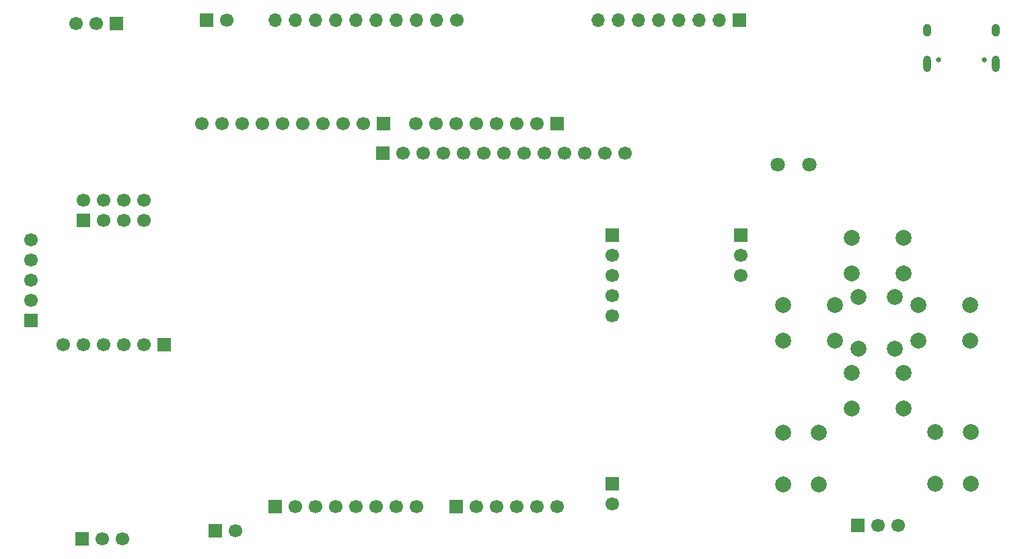
<source format=gbr>
%TF.GenerationSoftware,KiCad,Pcbnew,9.0.6*%
%TF.CreationDate,2025-12-26T21:20:51+11:00*%
%TF.ProjectId,Fipper Zero,46697070-6572-4205-9a65-726f2e6b6963,rev?*%
%TF.SameCoordinates,Original*%
%TF.FileFunction,Soldermask,Bot*%
%TF.FilePolarity,Negative*%
%FSLAX46Y46*%
G04 Gerber Fmt 4.6, Leading zero omitted, Abs format (unit mm)*
G04 Created by KiCad (PCBNEW 9.0.6) date 2025-12-26 21:20:51*
%MOMM*%
%LPD*%
G01*
G04 APERTURE LIST*
%ADD10R,1.700000X1.700000*%
%ADD11C,1.700000*%
%ADD12C,2.000000*%
%ADD13O,1.700000X1.700000*%
%ADD14C,0.650000*%
%ADD15O,1.000000X2.100000*%
%ADD16O,1.000000X1.600000*%
%ADD17C,1.800000*%
G04 APERTURE END LIST*
D10*
%TO.C,J7*%
X146350000Y-104700000D03*
D11*
X143810000Y-104700000D03*
X141270000Y-104700000D03*
X138730000Y-104700000D03*
X136190000Y-104700000D03*
X133650000Y-104700000D03*
%TD*%
D12*
%TO.C,SW4*%
X241250000Y-99750000D03*
X247750000Y-99750000D03*
X241250000Y-104250000D03*
X247750000Y-104250000D03*
%TD*%
%TO.C,SW5*%
X232850000Y-108250000D03*
X239350000Y-108250000D03*
X232850000Y-112750000D03*
X239350000Y-112750000D03*
%TD*%
D10*
%TO.C,J5*%
X136220000Y-89040000D03*
D11*
X136220000Y-86500000D03*
X138760000Y-89040000D03*
X138760000Y-86500000D03*
X141300000Y-89040000D03*
X141300000Y-86500000D03*
X143840000Y-89040000D03*
X143840000Y-86500000D03*
%TD*%
D12*
%TO.C,SW1*%
X243350000Y-122250000D03*
X243350000Y-115750000D03*
X247850000Y-122250000D03*
X247850000Y-115750000D03*
%TD*%
%TO.C,SW3*%
X224250000Y-99750000D03*
X230750000Y-99750000D03*
X224250000Y-104250000D03*
X230750000Y-104250000D03*
%TD*%
D10*
%TO.C,J8*%
X152760000Y-128200000D03*
D11*
X155300000Y-128200000D03*
%TD*%
D12*
%TO.C,SW7*%
X233750000Y-105250000D03*
X233750000Y-98750000D03*
X238250000Y-105250000D03*
X238250000Y-98750000D03*
%TD*%
D10*
%TO.C,J15*%
X218715000Y-63830000D03*
D13*
X216175000Y-63830000D03*
X213635000Y-63830000D03*
X211095000Y-63830000D03*
X208555000Y-63830000D03*
X206015000Y-63830000D03*
X203475000Y-63830000D03*
X200935000Y-63830000D03*
D11*
X183155000Y-63830000D03*
D13*
X180615000Y-63830000D03*
X178075000Y-63830000D03*
X175535000Y-63830000D03*
X172995000Y-63830000D03*
X170455000Y-63830000D03*
X167915000Y-63830000D03*
X165375000Y-63830000D03*
X162835000Y-63830000D03*
X160295000Y-63830000D03*
%TD*%
D10*
%TO.C,J6*%
X151660000Y-63800000D03*
D11*
X154200000Y-63800000D03*
%TD*%
D14*
%TO.C,USB1*%
X249540000Y-68780000D03*
X243760000Y-68780000D03*
D15*
X250970000Y-69310000D03*
D16*
X250970000Y-65130000D03*
D15*
X242330000Y-69310000D03*
D16*
X242330000Y-65130000D03*
%TD*%
D12*
%TO.C,SW6*%
X224250000Y-122300000D03*
X224250000Y-115800000D03*
X228750000Y-122300000D03*
X228750000Y-115800000D03*
%TD*%
D10*
%TO.C,J14*%
X173815000Y-80600000D03*
D11*
X176355000Y-80600000D03*
X178895000Y-80600000D03*
X181435000Y-80600000D03*
X183975000Y-80600000D03*
X186515000Y-80600000D03*
X189055000Y-80600000D03*
X191595000Y-80600000D03*
X194135000Y-80600000D03*
X196675000Y-80600000D03*
X199215000Y-80600000D03*
X201755000Y-80600000D03*
X204295000Y-80600000D03*
%TD*%
D17*
%TO.C,BZ1*%
X223550000Y-82050000D03*
X227550000Y-82050000D03*
%TD*%
D12*
%TO.C,SW2*%
X232850000Y-91250000D03*
X239350000Y-91250000D03*
X232850000Y-95750000D03*
X239350000Y-95750000D03*
%TD*%
D10*
%TO.C,IR1*%
X135970000Y-129200000D03*
D11*
X138510000Y-129200000D03*
X141050000Y-129200000D03*
%TD*%
D10*
%TO.C,J12*%
X218930000Y-90930000D03*
D11*
X218930000Y-93470000D03*
X218930000Y-96010000D03*
%TD*%
D10*
%TO.C,J10*%
X129600000Y-101690000D03*
D11*
X129600000Y-99150000D03*
X129600000Y-96610000D03*
X129600000Y-94070000D03*
X129600000Y-91530000D03*
%TD*%
D10*
%TO.C,J11*%
X202710000Y-122225000D03*
D11*
X202710000Y-124765000D03*
%TD*%
D10*
%TO.C,IR2*%
X140320000Y-64230000D03*
D11*
X137780000Y-64230000D03*
X135240000Y-64230000D03*
%TD*%
D10*
%TO.C,J4*%
X183120000Y-125165000D03*
D11*
X185660000Y-125165000D03*
X188200000Y-125165000D03*
X190740000Y-125165000D03*
X193280000Y-125165000D03*
X195820000Y-125165000D03*
%TD*%
D10*
%TO.C,J13*%
X202700000Y-90950000D03*
D11*
X202700000Y-93490000D03*
X202700000Y-96030000D03*
X202700000Y-98570000D03*
X202700000Y-101110000D03*
%TD*%
D10*
%TO.C,J2*%
X160280000Y-125155000D03*
D11*
X162820000Y-125155000D03*
X165360000Y-125155000D03*
X167900000Y-125155000D03*
X170440000Y-125155000D03*
X172980000Y-125155000D03*
X175520000Y-125155000D03*
X178060000Y-125155000D03*
%TD*%
D10*
%TO.C,J3*%
X195820000Y-76905000D03*
D11*
X193280000Y-76905000D03*
X190740000Y-76905000D03*
X188200000Y-76905000D03*
X185660000Y-76905000D03*
X183120000Y-76905000D03*
X180580000Y-76905000D03*
X178040000Y-76905000D03*
%TD*%
D10*
%TO.C,J9*%
X233590000Y-127530000D03*
D11*
X236130000Y-127530000D03*
X238670000Y-127530000D03*
%TD*%
D10*
%TO.C,J1*%
X173970000Y-76905000D03*
D11*
X171430000Y-76905000D03*
X168890000Y-76905000D03*
X166350000Y-76905000D03*
X163810000Y-76905000D03*
X161270000Y-76905000D03*
X158730000Y-76905000D03*
X156190000Y-76905000D03*
X153650000Y-76905000D03*
X151110000Y-76905000D03*
%TD*%
M02*

</source>
